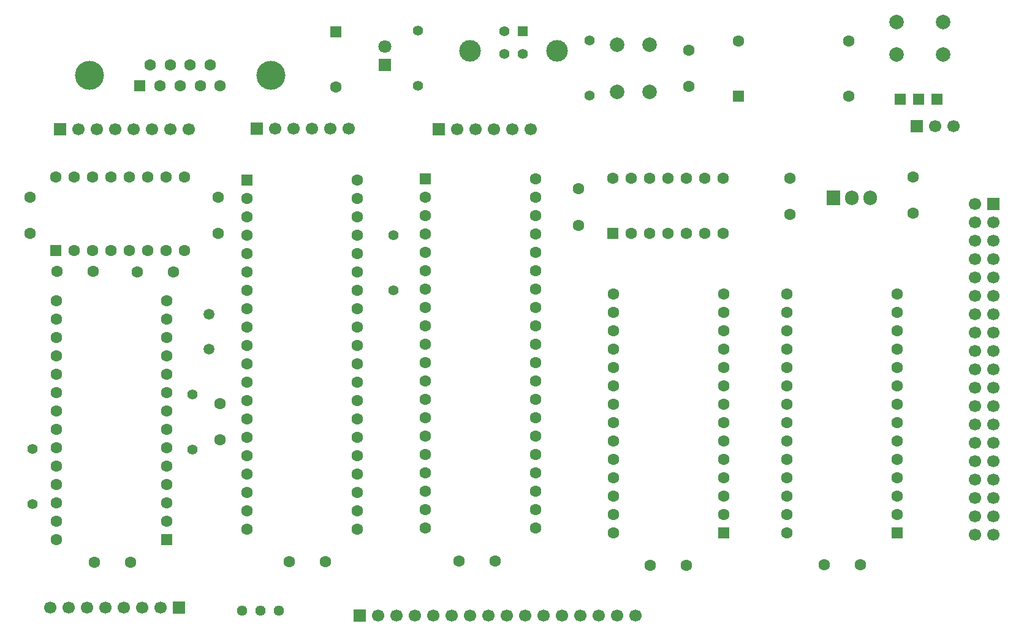
<source format=gbr>
%TF.GenerationSoftware,KiCad,Pcbnew,9.0.2*%
%TF.CreationDate,2025-06-30T00:07:05+01:00*%
%TF.ProjectId,6502pc,36353032-7063-42e6-9b69-6361645f7063,rev?*%
%TF.SameCoordinates,Original*%
%TF.FileFunction,Soldermask,Bot*%
%TF.FilePolarity,Negative*%
%FSLAX46Y46*%
G04 Gerber Fmt 4.6, Leading zero omitted, Abs format (unit mm)*
G04 Created by KiCad (PCBNEW 9.0.2) date 2025-06-30 00:07:05*
%MOMM*%
%LPD*%
G01*
G04 APERTURE LIST*
G04 Aperture macros list*
%AMRoundRect*
0 Rectangle with rounded corners*
0 $1 Rounding radius*
0 $2 $3 $4 $5 $6 $7 $8 $9 X,Y pos of 4 corners*
0 Add a 4 corners polygon primitive as box body*
4,1,4,$2,$3,$4,$5,$6,$7,$8,$9,$2,$3,0*
0 Add four circle primitives for the rounded corners*
1,1,$1+$1,$2,$3*
1,1,$1+$1,$4,$5*
1,1,$1+$1,$6,$7*
1,1,$1+$1,$8,$9*
0 Add four rect primitives between the rounded corners*
20,1,$1+$1,$2,$3,$4,$5,0*
20,1,$1+$1,$4,$5,$6,$7,0*
20,1,$1+$1,$6,$7,$8,$9,0*
20,1,$1+$1,$8,$9,$2,$3,0*%
G04 Aperture macros list end*
%ADD10C,1.700000*%
%ADD11R,1.700000X1.700000*%
%ADD12C,1.600000*%
%ADD13C,1.400000*%
%ADD14C,4.000000*%
%ADD15R,1.600000X1.600000*%
%ADD16RoundRect,0.250000X0.550000X0.550000X-0.550000X0.550000X-0.550000X-0.550000X0.550000X-0.550000X0*%
%ADD17RoundRect,0.250000X-0.550000X-0.550000X0.550000X-0.550000X0.550000X0.550000X-0.550000X0.550000X0*%
%ADD18RoundRect,0.250000X-0.550000X0.550000X-0.550000X-0.550000X0.550000X-0.550000X0.550000X0.550000X0*%
%ADD19C,1.440000*%
%ADD20R,1.524000X1.524000*%
%ADD21R,1.800000X1.800000*%
%ADD22C,1.800000*%
%ADD23RoundRect,0.250000X0.550000X-0.550000X0.550000X0.550000X-0.550000X0.550000X-0.550000X-0.550000X0*%
%ADD24R,1.905000X2.000000*%
%ADD25O,1.905000X2.000000*%
%ADD26C,1.500000*%
%ADD27R,1.400000X1.400000*%
%ADD28C,3.000000*%
%ADD29C,2.000000*%
G04 APERTURE END LIST*
D10*
%TO.C,J9*%
X153365200Y-105003600D03*
X155905200Y-105003600D03*
X153365200Y-102463600D03*
X155905200Y-102463600D03*
X153365200Y-99923600D03*
X155905200Y-99923600D03*
X153365200Y-97383600D03*
X155905200Y-97383600D03*
X153365200Y-94843600D03*
X155905200Y-94843600D03*
X153365200Y-92303600D03*
X155905200Y-92303600D03*
X153365200Y-89763600D03*
X155905200Y-89763600D03*
X153365200Y-87223600D03*
X155905200Y-87223600D03*
X153365200Y-84683600D03*
X155905200Y-84683600D03*
X153365200Y-82143600D03*
X155905200Y-82143600D03*
X153365200Y-79603600D03*
X155905200Y-79603600D03*
X153365200Y-77063600D03*
X155905200Y-77063600D03*
X153365200Y-74523600D03*
X155905200Y-74523600D03*
X153365200Y-71983600D03*
X155905200Y-71983600D03*
X153365200Y-69443600D03*
X155905200Y-69443600D03*
X153365200Y-66903600D03*
X155905200Y-66903600D03*
X153365200Y-64363600D03*
X155905200Y-64363600D03*
X153365200Y-61823600D03*
X155905200Y-61823600D03*
X153365200Y-59283600D03*
D11*
X155905200Y-59283600D03*
%TD*%
D12*
%TO.C,C2*%
X49072800Y-86868000D03*
X49072800Y-91868000D03*
%TD*%
D13*
%TO.C,R2*%
X45212000Y-93218000D03*
X45212000Y-85598000D03*
%TD*%
D11*
%TO.C,J6*%
X79298800Y-48971200D03*
D10*
X81838800Y-48971200D03*
X84378800Y-48971200D03*
X86918800Y-48971200D03*
X89458800Y-48971200D03*
X91998800Y-48971200D03*
%TD*%
D14*
%TO.C,J1*%
X56025600Y-41468700D03*
X31025600Y-41468700D03*
D15*
X37985600Y-42888700D03*
D12*
X40755600Y-42888700D03*
X43525600Y-42888700D03*
X46295600Y-42888700D03*
X49065600Y-42888700D03*
X39370600Y-40048700D03*
X42140600Y-40048700D03*
X44910600Y-40048700D03*
X47680600Y-40048700D03*
%TD*%
%TO.C,C3*%
X48768000Y-63358400D03*
X48768000Y-58358400D03*
%TD*%
%TO.C,C14*%
X144830800Y-60564400D03*
X144830800Y-55564400D03*
%TD*%
D13*
%TO.C,D1*%
X72999600Y-71170800D03*
X72999600Y-63550800D03*
%TD*%
D16*
%TO.C,U2*%
X118668800Y-104698800D03*
D12*
X118668800Y-102158800D03*
X118668800Y-99618800D03*
X118668800Y-97078800D03*
X118668800Y-94538800D03*
X118668800Y-91998800D03*
X118668800Y-89458800D03*
X118668800Y-86918800D03*
X118668800Y-84378800D03*
X118668800Y-81838800D03*
X118668800Y-79298800D03*
X118668800Y-76758800D03*
X118668800Y-74218800D03*
X118668800Y-71678800D03*
X103428800Y-71678800D03*
X103428800Y-74218800D03*
X103428800Y-76758800D03*
X103428800Y-79298800D03*
X103428800Y-81838800D03*
X103428800Y-84378800D03*
X103428800Y-86918800D03*
X103428800Y-89458800D03*
X103428800Y-91998800D03*
X103428800Y-94538800D03*
X103428800Y-97078800D03*
X103428800Y-99618800D03*
X103428800Y-102158800D03*
X103428800Y-104698800D03*
%TD*%
D11*
%TO.C,JP1*%
X145288000Y-48514000D03*
D10*
X147828000Y-48514000D03*
X150368000Y-48514000D03*
%TD*%
D12*
%TO.C,C12*%
X98602800Y-62190000D03*
X98602800Y-57190000D03*
%TD*%
%TO.C,C7*%
X132475600Y-109169200D03*
X137475600Y-109169200D03*
%TD*%
D13*
%TO.C,D2*%
X23164800Y-100787200D03*
X23164800Y-93167200D03*
%TD*%
%TO.C,R3*%
X76403200Y-42926000D03*
X76403200Y-35306000D03*
%TD*%
D15*
%TO.C,X1*%
X120700800Y-44399200D03*
D12*
X135940800Y-44399200D03*
X135940800Y-36779200D03*
X120700800Y-36779200D03*
%TD*%
%TO.C,C8*%
X108447200Y-109220000D03*
X113447200Y-109220000D03*
%TD*%
D17*
%TO.C,U1*%
X77368400Y-55829200D03*
D12*
X77368400Y-58369200D03*
X77368400Y-60909200D03*
X77368400Y-63449200D03*
X77368400Y-65989200D03*
X77368400Y-68529200D03*
X77368400Y-71069200D03*
X77368400Y-73609200D03*
X77368400Y-76149200D03*
X77368400Y-78689200D03*
X77368400Y-81229200D03*
X77368400Y-83769200D03*
X77368400Y-86309200D03*
X77368400Y-88849200D03*
X77368400Y-91389200D03*
X77368400Y-93929200D03*
X77368400Y-96469200D03*
X77368400Y-99009200D03*
X77368400Y-101549200D03*
X77368400Y-104089200D03*
X92608400Y-104089200D03*
X92608400Y-101549200D03*
X92608400Y-99009200D03*
X92608400Y-96469200D03*
X92608400Y-93929200D03*
X92608400Y-91389200D03*
X92608400Y-88849200D03*
X92608400Y-86309200D03*
X92608400Y-83769200D03*
X92608400Y-81229200D03*
X92608400Y-78689200D03*
X92608400Y-76149200D03*
X92608400Y-73609200D03*
X92608400Y-71069200D03*
X92608400Y-68529200D03*
X92608400Y-65989200D03*
X92608400Y-63449200D03*
X92608400Y-60909200D03*
X92608400Y-58369200D03*
X92608400Y-55829200D03*
%TD*%
D11*
%TO.C,J3*%
X43332400Y-115062000D03*
D10*
X40792400Y-115062000D03*
X38252400Y-115062000D03*
X35712400Y-115062000D03*
X33172400Y-115062000D03*
X30632400Y-115062000D03*
X28092400Y-115062000D03*
X25552400Y-115062000D03*
%TD*%
D18*
%TO.C,SW2*%
X65062300Y-35450100D03*
D12*
X65062300Y-43070100D03*
%TD*%
%TO.C,C6*%
X37632000Y-68681600D03*
X42632000Y-68681600D03*
%TD*%
D19*
%TO.C,RV1*%
X57150000Y-115468400D03*
X54610000Y-115468400D03*
X52070000Y-115468400D03*
%TD*%
D20*
%TO.C,U9*%
X143002000Y-44805600D03*
X145542000Y-44805600D03*
X148082000Y-44805600D03*
%TD*%
D21*
%TO.C,D3*%
X71780400Y-40030400D03*
D22*
X71780400Y-37490400D03*
%TD*%
D17*
%TO.C,U7*%
X52730400Y-55930800D03*
D12*
X52730400Y-58470800D03*
X52730400Y-61010800D03*
X52730400Y-63550800D03*
X52730400Y-66090800D03*
X52730400Y-68630800D03*
X52730400Y-71170800D03*
X52730400Y-73710800D03*
X52730400Y-76250800D03*
X52730400Y-78790800D03*
X52730400Y-81330800D03*
X52730400Y-83870800D03*
X52730400Y-86410800D03*
X52730400Y-88950800D03*
X52730400Y-91490800D03*
X52730400Y-94030800D03*
X52730400Y-96570800D03*
X52730400Y-99110800D03*
X52730400Y-101650800D03*
X52730400Y-104190800D03*
X67970400Y-104190800D03*
X67970400Y-101650800D03*
X67970400Y-99110800D03*
X67970400Y-96570800D03*
X67970400Y-94030800D03*
X67970400Y-91490800D03*
X67970400Y-88950800D03*
X67970400Y-86410800D03*
X67970400Y-83870800D03*
X67970400Y-81330800D03*
X67970400Y-78790800D03*
X67970400Y-76250800D03*
X67970400Y-73710800D03*
X67970400Y-71170800D03*
X67970400Y-68630800D03*
X67970400Y-66090800D03*
X67970400Y-63550800D03*
X67970400Y-61010800D03*
X67970400Y-58470800D03*
X67970400Y-55930800D03*
%TD*%
%TO.C,C9*%
X82031200Y-108610400D03*
X87031200Y-108610400D03*
%TD*%
D23*
%TO.C,U5*%
X26365200Y-65684400D03*
D12*
X28905200Y-65684400D03*
X31445200Y-65684400D03*
X33985200Y-65684400D03*
X36525200Y-65684400D03*
X39065200Y-65684400D03*
X41605200Y-65684400D03*
X44145200Y-65684400D03*
X44145200Y-55524400D03*
X41605200Y-55524400D03*
X39065200Y-55524400D03*
X36525200Y-55524400D03*
X33985200Y-55524400D03*
X31445200Y-55524400D03*
X28905200Y-55524400D03*
X26365200Y-55524400D03*
%TD*%
D24*
%TO.C,U8*%
X133756400Y-58420000D03*
D25*
X136296400Y-58420000D03*
X138836400Y-58420000D03*
%TD*%
D11*
%TO.C,J5*%
X68376800Y-116179600D03*
D10*
X70916800Y-116179600D03*
X73456800Y-116179600D03*
X75996800Y-116179600D03*
X78536800Y-116179600D03*
X81076800Y-116179600D03*
X83616800Y-116179600D03*
X86156800Y-116179600D03*
X88696800Y-116179600D03*
X91236800Y-116179600D03*
X93776800Y-116179600D03*
X96316800Y-116179600D03*
X98856800Y-116179600D03*
X101396800Y-116179600D03*
X103936800Y-116179600D03*
X106476800Y-116179600D03*
%TD*%
D13*
%TO.C,R1*%
X100086800Y-44298000D03*
X100086800Y-36678000D03*
%TD*%
D26*
%TO.C,Y1*%
X47548800Y-74472800D03*
X47548800Y-79372800D03*
%TD*%
D12*
%TO.C,C1*%
X113842800Y-42987600D03*
X113842800Y-37987600D03*
%TD*%
D16*
%TO.C,U3*%
X142595600Y-104698800D03*
D12*
X142595600Y-102158800D03*
X142595600Y-99618800D03*
X142595600Y-97078800D03*
X142595600Y-94538800D03*
X142595600Y-91998800D03*
X142595600Y-89458800D03*
X142595600Y-86918800D03*
X142595600Y-84378800D03*
X142595600Y-81838800D03*
X142595600Y-79298800D03*
X142595600Y-76758800D03*
X142595600Y-74218800D03*
X142595600Y-71678800D03*
X127355600Y-71678800D03*
X127355600Y-74218800D03*
X127355600Y-76758800D03*
X127355600Y-79298800D03*
X127355600Y-81838800D03*
X127355600Y-84378800D03*
X127355600Y-86918800D03*
X127355600Y-89458800D03*
X127355600Y-91998800D03*
X127355600Y-94538800D03*
X127355600Y-97078800D03*
X127355600Y-99618800D03*
X127355600Y-102158800D03*
X127355600Y-104698800D03*
%TD*%
D27*
%TO.C,J2*%
X90841200Y-35357200D03*
D13*
X88341200Y-35357200D03*
X88341200Y-38557200D03*
X90841200Y-38557200D03*
D28*
X83571200Y-38067200D03*
X95611200Y-38067200D03*
%TD*%
D12*
%TO.C,C13*%
X127762000Y-55716800D03*
X127762000Y-60716800D03*
%TD*%
D23*
%TO.C,U6*%
X103327200Y-63347600D03*
D12*
X105867200Y-63347600D03*
X108407200Y-63347600D03*
X110947200Y-63347600D03*
X113487200Y-63347600D03*
X116027200Y-63347600D03*
X118567200Y-63347600D03*
X118567200Y-55727600D03*
X116027200Y-55727600D03*
X113487200Y-55727600D03*
X110947200Y-55727600D03*
X108407200Y-55727600D03*
X105867200Y-55727600D03*
X103327200Y-55727600D03*
%TD*%
D29*
%TO.C,SW1*%
X103867200Y-43736800D03*
X103867200Y-37236800D03*
X108367200Y-43736800D03*
X108367200Y-37236800D03*
%TD*%
D12*
%TO.C,C10*%
X58561600Y-108712000D03*
X63561600Y-108712000D03*
%TD*%
%TO.C,C5*%
X26506800Y-68580000D03*
X31506800Y-68580000D03*
%TD*%
D11*
%TO.C,J4*%
X26974800Y-48920400D03*
D10*
X29514800Y-48920400D03*
X32054800Y-48920400D03*
X34594800Y-48920400D03*
X37134800Y-48920400D03*
X39674800Y-48920400D03*
X42214800Y-48920400D03*
X44754800Y-48920400D03*
%TD*%
D12*
%TO.C,C4*%
X22809200Y-63358400D03*
X22809200Y-58358400D03*
%TD*%
D29*
%TO.C,SW3*%
X142482300Y-34148400D03*
X148982300Y-34148400D03*
X142482300Y-38648400D03*
X148982300Y-38648400D03*
%TD*%
D12*
%TO.C,C11*%
X31637600Y-108813600D03*
X36637600Y-108813600D03*
%TD*%
D11*
%TO.C,J7*%
X54102000Y-48869600D03*
D10*
X56642000Y-48869600D03*
X59182000Y-48869600D03*
X61722000Y-48869600D03*
X64262000Y-48869600D03*
X66802000Y-48869600D03*
%TD*%
D16*
%TO.C,U4*%
X41706800Y-105664000D03*
D12*
X41706800Y-103124000D03*
X41706800Y-100584000D03*
X41706800Y-98044000D03*
X41706800Y-95504000D03*
X41706800Y-92964000D03*
X41706800Y-90424000D03*
X41706800Y-87884000D03*
X41706800Y-85344000D03*
X41706800Y-82804000D03*
X41706800Y-80264000D03*
X41706800Y-77724000D03*
X41706800Y-75184000D03*
X41706800Y-72644000D03*
X26466800Y-72644000D03*
X26466800Y-75184000D03*
X26466800Y-77724000D03*
X26466800Y-80264000D03*
X26466800Y-82804000D03*
X26466800Y-85344000D03*
X26466800Y-87884000D03*
X26466800Y-90424000D03*
X26466800Y-92964000D03*
X26466800Y-95504000D03*
X26466800Y-98044000D03*
X26466800Y-100584000D03*
X26466800Y-103124000D03*
X26466800Y-105664000D03*
%TD*%
M02*

</source>
